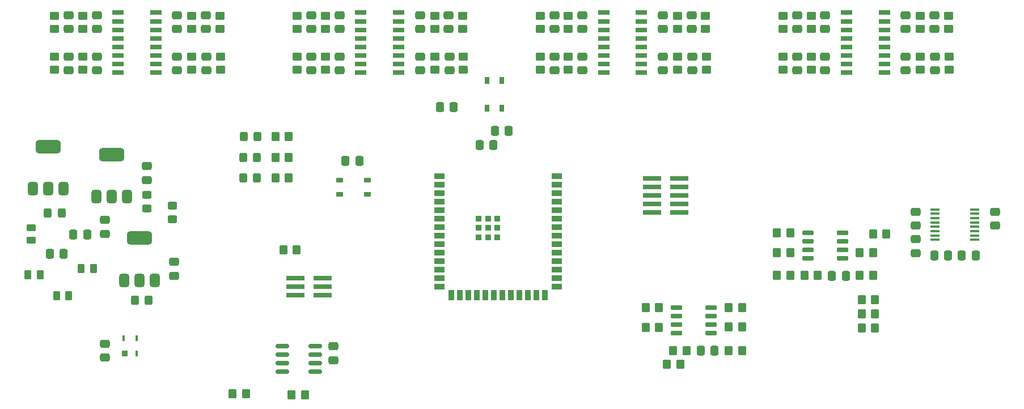
<source format=gtp>
G04 #@! TF.GenerationSoftware,KiCad,Pcbnew,8.0.8*
G04 #@! TF.CreationDate,2025-02-25T19:49:03+01:00*
G04 #@! TF.ProjectId,Overlord,4f766572-6c6f-4726-942e-6b696361645f,rev?*
G04 #@! TF.SameCoordinates,Original*
G04 #@! TF.FileFunction,Paste,Top*
G04 #@! TF.FilePolarity,Positive*
%FSLAX46Y46*%
G04 Gerber Fmt 4.6, Leading zero omitted, Abs format (unit mm)*
G04 Created by KiCad (PCBNEW 8.0.8) date 2025-02-25 19:49:03*
%MOMM*%
%LPD*%
G01*
G04 APERTURE LIST*
G04 Aperture macros list*
%AMRoundRect*
0 Rectangle with rounded corners*
0 $1 Rounding radius*
0 $2 $3 $4 $5 $6 $7 $8 $9 X,Y pos of 4 corners*
0 Add a 4 corners polygon primitive as box body*
4,1,4,$2,$3,$4,$5,$6,$7,$8,$9,$2,$3,0*
0 Add four circle primitives for the rounded corners*
1,1,$1+$1,$2,$3*
1,1,$1+$1,$4,$5*
1,1,$1+$1,$6,$7*
1,1,$1+$1,$8,$9*
0 Add four rect primitives between the rounded corners*
20,1,$1+$1,$2,$3,$4,$5,0*
20,1,$1+$1,$4,$5,$6,$7,0*
20,1,$1+$1,$6,$7,$8,$9,0*
20,1,$1+$1,$8,$9,$2,$3,0*%
G04 Aperture macros list end*
%ADD10RoundRect,0.375000X0.375000X-0.625000X0.375000X0.625000X-0.375000X0.625000X-0.375000X-0.625000X0*%
%ADD11RoundRect,0.500000X1.400000X-0.500000X1.400000X0.500000X-1.400000X0.500000X-1.400000X-0.500000X0*%
%ADD12R,1.750000X0.800000*%
%ADD13R,1.750000X0.700000*%
%ADD14RoundRect,0.250000X0.262500X0.450000X-0.262500X0.450000X-0.262500X-0.450000X0.262500X-0.450000X0*%
%ADD15RoundRect,0.250000X-0.350000X-0.450000X0.350000X-0.450000X0.350000X0.450000X-0.350000X0.450000X0*%
%ADD16RoundRect,0.250000X0.325000X0.450000X-0.325000X0.450000X-0.325000X-0.450000X0.325000X-0.450000X0*%
%ADD17RoundRect,0.250000X-0.475000X0.337500X-0.475000X-0.337500X0.475000X-0.337500X0.475000X0.337500X0*%
%ADD18RoundRect,0.250000X0.475000X-0.337500X0.475000X0.337500X-0.475000X0.337500X-0.475000X-0.337500X0*%
%ADD19RoundRect,0.250000X0.450000X-0.350000X0.450000X0.350000X-0.450000X0.350000X-0.450000X-0.350000X0*%
%ADD20RoundRect,0.250000X0.350000X0.450000X-0.350000X0.450000X-0.350000X-0.450000X0.350000X-0.450000X0*%
%ADD21RoundRect,0.250000X-0.450000X0.350000X-0.450000X-0.350000X0.450000X-0.350000X0.450000X0.350000X0*%
%ADD22RoundRect,0.250000X-0.337500X-0.475000X0.337500X-0.475000X0.337500X0.475000X-0.337500X0.475000X0*%
%ADD23RoundRect,0.250000X0.450000X-0.325000X0.450000X0.325000X-0.450000X0.325000X-0.450000X-0.325000X0*%
%ADD24R,2.790000X0.740000*%
%ADD25RoundRect,0.250000X0.337500X0.475000X-0.337500X0.475000X-0.337500X-0.475000X0.337500X-0.475000X0*%
%ADD26R,1.050000X0.650000*%
%ADD27R,1.500000X0.900000*%
%ADD28R,0.900000X1.500000*%
%ADD29R,0.900000X0.900000*%
%ADD30RoundRect,0.150000X-0.725000X-0.150000X0.725000X-0.150000X0.725000X0.150000X-0.725000X0.150000X0*%
%ADD31R,0.650000X1.050000*%
%ADD32R,1.475000X0.450000*%
%ADD33RoundRect,0.250000X-0.450000X0.262500X-0.450000X-0.262500X0.450000X-0.262500X0.450000X0.262500X0*%
%ADD34RoundRect,0.250000X-0.450000X0.325000X-0.450000X-0.325000X0.450000X-0.325000X0.450000X0.325000X0*%
%ADD35RoundRect,0.250000X-0.262500X-0.450000X0.262500X-0.450000X0.262500X0.450000X-0.262500X0.450000X0*%
%ADD36RoundRect,0.150000X0.825000X0.150000X-0.825000X0.150000X-0.825000X-0.150000X0.825000X-0.150000X0*%
%ADD37R,0.910000X0.910000*%
%ADD38R,0.460000X0.910000*%
G04 APERTURE END LIST*
D10*
X43400000Y-81300000D03*
X45700000Y-81300000D03*
D11*
X45700000Y-75000000D03*
D10*
X48000000Y-81300000D03*
D12*
X156930683Y-50295000D03*
D13*
X156930683Y-48975000D03*
X156930683Y-47705000D03*
X156930683Y-46435000D03*
X156930683Y-45165000D03*
X156930683Y-43895000D03*
X156930683Y-42625000D03*
D12*
X156930683Y-41305000D03*
X151280683Y-41305000D03*
D13*
X151280683Y-42625000D03*
X151280683Y-43895000D03*
X151280683Y-45165000D03*
X151280683Y-46435000D03*
X151280683Y-47705000D03*
X151280683Y-48975000D03*
D12*
X151280683Y-50295000D03*
X120672349Y-50295000D03*
D13*
X120672349Y-48975000D03*
X120672349Y-47705000D03*
X120672349Y-46435000D03*
X120672349Y-45165000D03*
X120672349Y-43895000D03*
X120672349Y-42625000D03*
D12*
X120672349Y-41305000D03*
X115022349Y-41305000D03*
D13*
X115022349Y-42625000D03*
X115022349Y-43895000D03*
X115022349Y-45165000D03*
X115022349Y-46435000D03*
X115022349Y-47705000D03*
X115022349Y-48975000D03*
D12*
X115022349Y-50295000D03*
X48155683Y-50295000D03*
D13*
X48155683Y-48975000D03*
X48155683Y-47705000D03*
X48155683Y-46435000D03*
X48155683Y-45165000D03*
X48155683Y-43895000D03*
X48155683Y-42625000D03*
D12*
X48155683Y-41305000D03*
X42505683Y-41305000D03*
D13*
X42505683Y-42625000D03*
X42505683Y-43895000D03*
X42505683Y-45165000D03*
X42505683Y-46435000D03*
X42505683Y-47705000D03*
X42505683Y-48975000D03*
D12*
X42505683Y-50295000D03*
X84414016Y-50295000D03*
D13*
X84414016Y-48975000D03*
X84414016Y-47705000D03*
X84414016Y-46435000D03*
X84414016Y-45165000D03*
X84414016Y-43895000D03*
X84414016Y-42625000D03*
D12*
X84414016Y-41305000D03*
X78764016Y-41305000D03*
D13*
X78764016Y-42625000D03*
X78764016Y-43895000D03*
X78764016Y-45165000D03*
X78764016Y-46435000D03*
X78764016Y-47705000D03*
X78764016Y-48975000D03*
D12*
X78764016Y-50295000D03*
D14*
X35162500Y-83650000D03*
X33337500Y-83650000D03*
D15*
X65995000Y-59800000D03*
X67995000Y-59800000D03*
D14*
X38812500Y-79600000D03*
X36987500Y-79600000D03*
D16*
X47074999Y-84300000D03*
X45025001Y-84300000D03*
D17*
X40550000Y-72312500D03*
X40550000Y-74387500D03*
D18*
X50850000Y-80637500D03*
X50850000Y-78562500D03*
D16*
X63324999Y-59850000D03*
X61275001Y-59850000D03*
D19*
X126047349Y-49875000D03*
X126047349Y-47875000D03*
X94089017Y-49875000D03*
X94089017Y-47875000D03*
D20*
X155550000Y-88450000D03*
X153550000Y-88450000D03*
D19*
X141805683Y-49875001D03*
X141805683Y-47875001D03*
D17*
X40510000Y-90812500D03*
X40510000Y-92887500D03*
D16*
X63274999Y-66040000D03*
X61225001Y-66040000D03*
D18*
X39330684Y-49942500D03*
X39330684Y-47867500D03*
X75589017Y-49942500D03*
X75589017Y-47867500D03*
D20*
X70400000Y-98400000D03*
X68400000Y-98400000D03*
D15*
X67200000Y-76800000D03*
X69200000Y-76800000D03*
D19*
X109747350Y-49875001D03*
X109747350Y-47875001D03*
D21*
X73489017Y-41775000D03*
X73489017Y-43775000D03*
D19*
X33030684Y-49875001D03*
X33030684Y-47875001D03*
D21*
X57730683Y-41775000D03*
X57730683Y-43775000D03*
D22*
X35812500Y-74450000D03*
X37887500Y-74450000D03*
D20*
X61600001Y-98250000D03*
X59600001Y-98250000D03*
D18*
X35130684Y-43782501D03*
X35130684Y-41707501D03*
X164405682Y-43782500D03*
X164405682Y-41707500D03*
X128247350Y-49942500D03*
X128247350Y-47867500D03*
D23*
X50600000Y-72224999D03*
X50600000Y-70175001D03*
D18*
X87589017Y-43782500D03*
X87589017Y-41707500D03*
X148105683Y-43782501D03*
X148105683Y-41707501D03*
D21*
X33030684Y-41775001D03*
X33030684Y-43775001D03*
D18*
X123847349Y-43782500D03*
X123847349Y-41707500D03*
X107647350Y-49942501D03*
X107647350Y-47867501D03*
D19*
X146005682Y-49875001D03*
X146005682Y-47875001D03*
D18*
X91889017Y-43782500D03*
X91889017Y-41707500D03*
D17*
X161650000Y-71062500D03*
X161650000Y-73137500D03*
D15*
X140875000Y-74220000D03*
X142875000Y-74220000D03*
D17*
X173450000Y-71062500D03*
X173450000Y-73137500D03*
D19*
X105547350Y-49875001D03*
X105547350Y-47875001D03*
D22*
X149094166Y-80630000D03*
X151169166Y-80630000D03*
D18*
X107647350Y-43782501D03*
X107647350Y-41707501D03*
D21*
X130247349Y-41775000D03*
X130247349Y-43775000D03*
D20*
X135700000Y-91800000D03*
X133700000Y-91800000D03*
D22*
X96475000Y-61100000D03*
X98550000Y-61100000D03*
D18*
X46800000Y-66337500D03*
X46800000Y-64262500D03*
X75589017Y-43782500D03*
X75589017Y-41707500D03*
D24*
X69030000Y-81000000D03*
X73100000Y-81000000D03*
X69030000Y-82270000D03*
X73100000Y-82270000D03*
X69030000Y-83540000D03*
X73100000Y-83540000D03*
D20*
X135700000Y-88300000D03*
X133700000Y-88300000D03*
D19*
X37230684Y-49875001D03*
X37230684Y-47875001D03*
D21*
X93989017Y-41775000D03*
X93989017Y-43775000D03*
D25*
X170587500Y-77650000D03*
X168512500Y-77650000D03*
D18*
X160105682Y-49942500D03*
X160105682Y-47867500D03*
X35130684Y-49942501D03*
X35130684Y-47867501D03*
D20*
X155275000Y-80600000D03*
X153275000Y-80600000D03*
D19*
X89789017Y-49875000D03*
X89789017Y-47875000D03*
X130347350Y-49875000D03*
X130347350Y-47875000D03*
D21*
X53530684Y-41775000D03*
X53530684Y-43775000D03*
X162305682Y-41775000D03*
X162305682Y-43775000D03*
D19*
X166605683Y-49875000D03*
X166605683Y-47875000D03*
D26*
X75625000Y-66325000D03*
X79775000Y-66325000D03*
X75625000Y-68475000D03*
X79775000Y-68475000D03*
D10*
X29800000Y-67650000D03*
X32100000Y-67650000D03*
D11*
X32100000Y-61350000D03*
D10*
X34400000Y-67650000D03*
D25*
X34387500Y-77350000D03*
X32312500Y-77350000D03*
D21*
X109747350Y-41775001D03*
X109747350Y-43775001D03*
D18*
X164505683Y-49942500D03*
X164505683Y-47867500D03*
D17*
X74700000Y-91162500D03*
X74700000Y-93237500D03*
D15*
X65995000Y-65995000D03*
X67995000Y-65995000D03*
D20*
X155275000Y-77200000D03*
X153275000Y-77200000D03*
D18*
X111847350Y-43782502D03*
X111847350Y-41707502D03*
D21*
X126047349Y-41775001D03*
X126047349Y-43775001D03*
D20*
X123300000Y-88400000D03*
X121300000Y-88400000D03*
X155550000Y-86350000D03*
X153550000Y-86350000D03*
D19*
X53530683Y-49875000D03*
X53530683Y-47875000D03*
D18*
X55730684Y-49942500D03*
X55730684Y-47867500D03*
X71389017Y-43782500D03*
X71389017Y-41707500D03*
D27*
X90500004Y-65749998D03*
X90500004Y-67019998D03*
X90500004Y-68289998D03*
X90500004Y-69559998D03*
X90500004Y-70829998D03*
X90500004Y-72099998D03*
X90500004Y-73369998D03*
X90500004Y-74639998D03*
X90500004Y-75909998D03*
X90500004Y-77179998D03*
X90500004Y-78449998D03*
X90500004Y-79719998D03*
X90500004Y-80989998D03*
X90500004Y-82259998D03*
D28*
X92265005Y-83509998D03*
X93535004Y-83509998D03*
X94805004Y-83509998D03*
X96075004Y-83509997D03*
X97345004Y-83509998D03*
X98615004Y-83509998D03*
X99885004Y-83509998D03*
X101155004Y-83509998D03*
X102425004Y-83509997D03*
X103695004Y-83509998D03*
X104965004Y-83509998D03*
X106235003Y-83509998D03*
D27*
X108000004Y-82259998D03*
X108000004Y-80989998D03*
X108000004Y-79719998D03*
X108000004Y-78449998D03*
X108000004Y-77179998D03*
X108000004Y-75909998D03*
X108000004Y-74639998D03*
X108000004Y-73369998D03*
X108000004Y-72099998D03*
X108000004Y-70829998D03*
X108000004Y-69559998D03*
X108000004Y-68289998D03*
X108000004Y-67019998D03*
X108000004Y-65749998D03*
D29*
X96350004Y-72069998D03*
X96350004Y-73469998D03*
X96350004Y-74869998D03*
X97750004Y-72069998D03*
X97750004Y-73469998D03*
X97750004Y-74869998D03*
X99150004Y-72069998D03*
X99150004Y-73469998D03*
X99150004Y-74869998D03*
D30*
X145525000Y-74195000D03*
X145525000Y-75465000D03*
X145525000Y-76735000D03*
X145525000Y-78005000D03*
X150675000Y-78005000D03*
X150675000Y-76735000D03*
X150675000Y-75465000D03*
X150675000Y-74195000D03*
D20*
X135700000Y-85420000D03*
X133700000Y-85420000D03*
D18*
X55630683Y-43782500D03*
X55630683Y-41707500D03*
D22*
X129519166Y-91800000D03*
X131594166Y-91800000D03*
D18*
X143905683Y-49942501D03*
X143905683Y-47867501D03*
D20*
X127413333Y-91800000D03*
X125413333Y-91800000D03*
D15*
X65995000Y-62955000D03*
X67995000Y-62955000D03*
D20*
X126450000Y-93900000D03*
X124450000Y-93900000D03*
D19*
X73489018Y-49875000D03*
X73489018Y-47875000D03*
D31*
X99800000Y-51450000D03*
X99800000Y-55600000D03*
X97650000Y-51450000D03*
X97650000Y-55600000D03*
D32*
X164512000Y-70725000D03*
X164512000Y-71375000D03*
X164512000Y-72025000D03*
X164512000Y-72675000D03*
X164512000Y-73325000D03*
X164512000Y-73975000D03*
X164512000Y-74625000D03*
X164512000Y-75275000D03*
X170388000Y-75275000D03*
X170388000Y-74625000D03*
X170388000Y-73975000D03*
X170388000Y-73325000D03*
X170388000Y-72675000D03*
X170388000Y-72025000D03*
X170388000Y-71375000D03*
X170388000Y-70725000D03*
D18*
X128147349Y-43782500D03*
X128147349Y-41707500D03*
D22*
X76462500Y-63500000D03*
X78537500Y-63500000D03*
D25*
X92637500Y-55400000D03*
X90562500Y-55400000D03*
D18*
X71389017Y-49942500D03*
X71389017Y-47867500D03*
X148105683Y-49942501D03*
X148105683Y-47867501D03*
X123847349Y-49942500D03*
X123847349Y-47867500D03*
X143905683Y-43782501D03*
X143905683Y-41707501D03*
D33*
X29500000Y-73487500D03*
X29500000Y-75312500D03*
D21*
X105547350Y-41775001D03*
X105547350Y-43775001D03*
D22*
X98762500Y-59000000D03*
X100837500Y-59000000D03*
D24*
X126335000Y-71190000D03*
X122265000Y-71190000D03*
X126335000Y-69920000D03*
X122265000Y-69920000D03*
X126335000Y-68650000D03*
X122265000Y-68650000D03*
X126335000Y-67380000D03*
X122265000Y-67380000D03*
X126335000Y-66110000D03*
X122265000Y-66110000D03*
D21*
X89789017Y-41775001D03*
X89789017Y-43775001D03*
D15*
X121300000Y-85420000D03*
X123300000Y-85420000D03*
D16*
X63274999Y-63000000D03*
X61225001Y-63000000D03*
D18*
X51330683Y-49942500D03*
X51330683Y-47867500D03*
X39330684Y-43782502D03*
X39330684Y-41707502D03*
D19*
X162305682Y-49875000D03*
X162305682Y-47875000D03*
D16*
X34074999Y-71300000D03*
X32025001Y-71300000D03*
D30*
X125925000Y-85395000D03*
X125925000Y-86665000D03*
X125925000Y-87935000D03*
X125925000Y-89205000D03*
X131075000Y-89205000D03*
X131075000Y-87935000D03*
X131075000Y-86665000D03*
X131075000Y-85395000D03*
D34*
X46800000Y-68575001D03*
X46800000Y-70624999D03*
D25*
X166487500Y-77650000D03*
X164412500Y-77650000D03*
D21*
X146005683Y-41775001D03*
X146005683Y-43775001D03*
D15*
X155250000Y-74400000D03*
X157250000Y-74400000D03*
D18*
X51330683Y-43782500D03*
X51330683Y-41707500D03*
D35*
X29037500Y-80450000D03*
X30862500Y-80450000D03*
D21*
X69289017Y-41775001D03*
X69289017Y-43775001D03*
D20*
X146988333Y-80600000D03*
X144988333Y-80600000D03*
X142875000Y-80600000D03*
X140875000Y-80600000D03*
D18*
X87589017Y-49942500D03*
X87589017Y-47867500D03*
D19*
X57830684Y-49875000D03*
X57830684Y-47875000D03*
D20*
X155550000Y-84250000D03*
X153550000Y-84250000D03*
D18*
X111847350Y-49942500D03*
X111847350Y-47867500D03*
X160105682Y-43782500D03*
X160105682Y-41707500D03*
D21*
X37230684Y-41775001D03*
X37230684Y-43775001D03*
D36*
X71975000Y-94975000D03*
X71975000Y-93705000D03*
X71975000Y-92435000D03*
X71975000Y-91165000D03*
X67025000Y-91165000D03*
X67025000Y-92435000D03*
X67025000Y-93705000D03*
X67025000Y-94975000D03*
D21*
X141805683Y-41775002D03*
X141805683Y-43775002D03*
X166505682Y-41775000D03*
X166505682Y-43775000D03*
D18*
X161650000Y-77237500D03*
X161650000Y-75162500D03*
D10*
X39250000Y-68800000D03*
X41550000Y-68800000D03*
D11*
X41550000Y-62500000D03*
D10*
X43850000Y-68800000D03*
D18*
X91989017Y-49942500D03*
X91989017Y-47867500D03*
D37*
X43540000Y-92250000D03*
D38*
X45260000Y-92250000D03*
X45260000Y-89950000D03*
X43340000Y-89950000D03*
D19*
X69289017Y-49875000D03*
X69289017Y-47875000D03*
D20*
X142875000Y-77200000D03*
X140875000Y-77200000D03*
M02*

</source>
